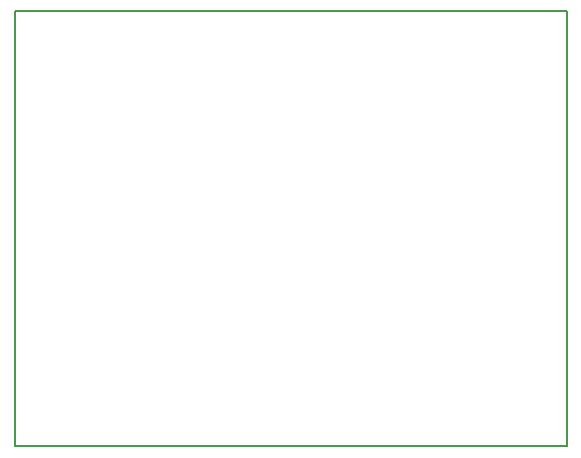
<source format=gbr>
G04 #@! TF.GenerationSoftware,KiCad,Pcbnew,(5.0.1)-rc2*
G04 #@! TF.CreationDate,2018-11-15T21:46:01-05:00*
G04 #@! TF.ProjectId,psu,7073752E6B696361645F706362000000,rev?*
G04 #@! TF.SameCoordinates,Original*
G04 #@! TF.FileFunction,Profile,NP*
%FSLAX46Y46*%
G04 Gerber Fmt 4.6, Leading zero omitted, Abs format (unit mm)*
G04 Created by KiCad (PCBNEW (5.0.1)-rc2) date 11/15/2018 9:46:01 PM*
%MOMM*%
%LPD*%
G01*
G04 APERTURE LIST*
%ADD10C,0.150000*%
G04 APERTURE END LIST*
D10*
X134747000Y-73660000D02*
X181483000Y-73660000D01*
X134747000Y-73787000D02*
X134747000Y-73660000D01*
X134747000Y-110490000D02*
X134747000Y-73787000D01*
X181483000Y-110490000D02*
X134747000Y-110490000D01*
X181483000Y-73660000D02*
X181483000Y-110490000D01*
M02*

</source>
